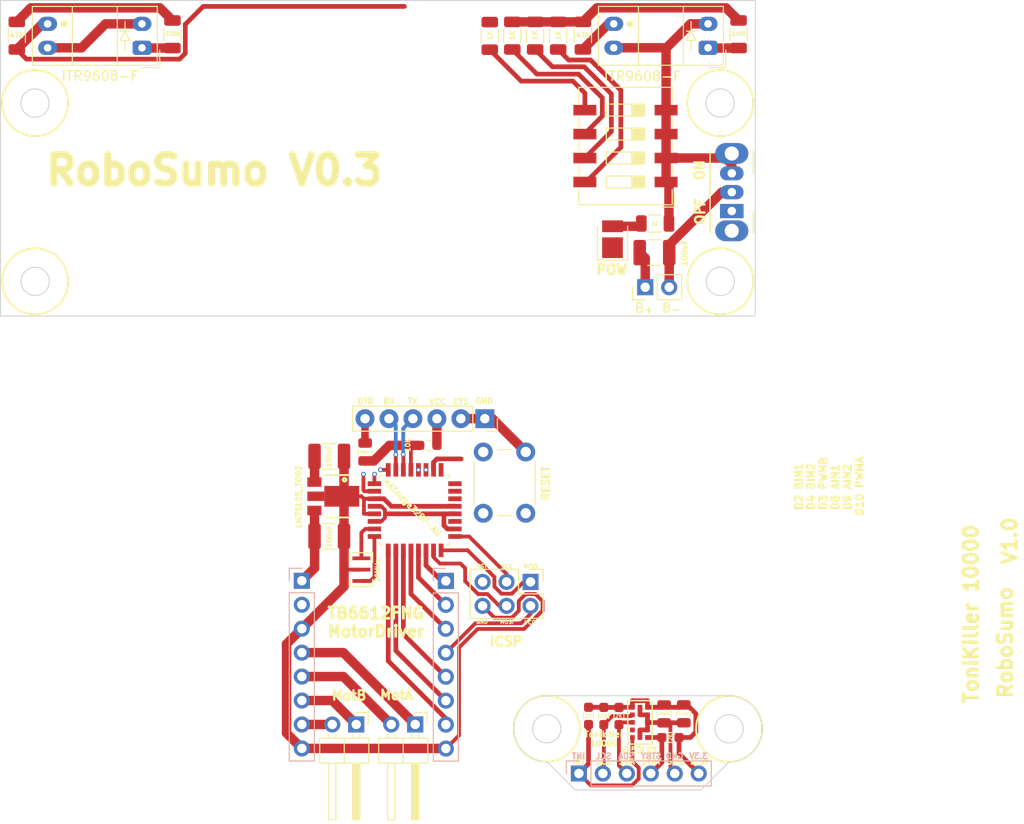
<source format=kicad_pcb>
(kicad_pcb (version 20221018) (generator pcbnew)
  (layers (0 "F.Cu" signal) (31 "B.Cu" signal) (34 "B.Paste" user) (35 "F.Paste" user) (36 "B.SilkS" user "B.Silkscreen") (37 "F.SilkS" user "F.Silkscreen") (38 "B.Mask" user) (39 "F.Mask" user) (44 "Edge.Cuts" user))
  (net 0 "")
  (net 1 "+BATT")
  (net 2 "0V")
  (net 3 "5V")
  (net 4 "RESET")
  (net 5 "Net-(J7-Pin_2)")
  (net 6 "Net-(J7-Pin_1)")
  (net 7 "Net-(J6-Pin_1)")
  (net 8 "Net-(J6-Pin_2)")
  (net 9 "Net-(D1-K)")
  (net 10 "Net-(D1-A)")
  (net 11 "MISO")
  (net 12 "SCK")
  (net 13 "Net-(R3-Pad1)")
  (net 14 "Net-(R5-Pad1)")
  (net 15 "PWMA")
  (net 16 "AIN2")
  (net 17 "Net-(U1-XTAL1{slash}PB6)")
  (net 18 "Net-(U1-XTAL2{slash}PB7)")
  (net 19 "PWMB")
  (net 20 "BIN2")
  (net 21 "BIN1")
  (net 22 "MOSI")
  (net 23 "A6")
  (net 24 "A7")
  (net 25 "Sensor0")
  (net 26 "Sensor1")
  (net 27 "Sensor2")
  (net 28 "Sensor3")
  (net 29 "Sensor4")
  (net 30 "Sensor5")
  (net 31 "TX")
  (net 32 "RX")
  (net 33 "AIN1")
  (footprint "VL53L0X" (layer "F.Cu") (at 115.61 175.24 90)
    (fp_text reference "REF**" hide)
    (fp_text value "VL53L0X")
  )
  (footprint "Capacitor_SMD:C_0805_2012Metric" (layer "F.Cu") (at 86.48 146.56 -90)
    (fp_text reference "C3" hide)
    (fp_text value "100nF")
  )
  (footprint "Resistor_SMD:R_0603_1608Metric_Pad0.98x0.95mm_HandSolder" (layer "F.Cu") (at 93.18 145.86)
    (fp_text reference "R1" hide)
    (fp_text value "10K")
  )
  (footprint "Resistor_SMD:R_1206_3216Metric" (layer "F.Cu") (at 66.061275 102.2625 90)
    (fp_text reference "R3" hide)
    (fp_text value "220R")
  )
  (footprint "Resistor_SMD:R_1206_3216Metric" (layer "F.Cu") (at 106.94 102.4125 -90)
    (fp_text reference "R20" hide)
    (fp_text value "1K")
  )
  (footprint "Crystal:Resonator_SMD_Murata_CSTxExxV-3Pin_3.0x1.1mm" (layer "F.Cu") (at 86.0832 159.04 -90)
    (fp_text reference "Y1" hide)
    (fp_text value "20MHz")
  )
  (footprint "Resistor_SMD:R_0603_1608Metric_Pad0.98x0.95mm_HandSolder" (layer "F.Cu") (at 110.16 174.55 -90)
    (fp_text reference "R1" hide)
    (fp_text value "2K")
  )
  (footprint "Resistor_SMD:R_1206_3216Metric" (layer "F.Cu") (at 117.22 122.33)
    (fp_text reference "R2" hide)
    (fp_text value "1K")
  )
  (footprint "Button_Switch_SMD:SW_DIP_SPSTx04_Slide_9.78x12.34mm_W8.61mm_P2.54mm" (layer "F.Cu") (at 114.076275 114.117728 180)
    (fp_text reference "REF**" hide)
    (fp_text value "SW_DIP_SPSTx04_Slide_9.78x12.34mm_W8.61mm_P2.54mm")
  )
  (footprint "78L05:PK(R-PSSO-F3)" (layer "F.Cu") (at 84.7532 151.26 -90)
    (fp_text reference "U2" hide)
    (fp_text value "LM78L05_TO92")
  )
  (footprint "Resistor_SMD:R_0603_1608Metric_Pad0.98x0.95mm_HandSolder" (layer "F.Cu") (at 111.78 174.5625 -90)
    (fp_text reference "R1" hide)
    (fp_text value "2K")
  )
  (footprint "Resistor_SMD:R_0603_1608Metric_Pad0.98x0.95mm_HandSolder" (layer "F.Cu") (at 118.84 176.84 180)
    (fp_text reference "R1" hide)
    (fp_text value "2K")
  )
  (footprint "LED_SMD:LED_PLCC_2835" (layer "F.Cu") (at 112.7 124 90)
    (fp_text reference "D1" hide)
    (fp_text value "POW")
  )
  (footprint "Resistor_SMD:R_1206_3216Metric" (layer "F.Cu") (at 104.5 102.4125 -90)
    (fp_text reference "R20" hide)
    (fp_text value "1K")
  )
  (footprint "Resistor_SMD:R_1206_3216Metric" (layer "F.Cu") (at 99.69 102.4325 -90)
    (fp_text reference "R20" hide)
    (fp_text value "1K")
  )
  (footprint "Connector_PinHeader_2.54mm:PinHeader_2x03_P2.54mm_Vertical" (layer "F.Cu") (at 104.0132 160.342272 -90)
    (fp_text reference "J2" hide)
    (fp_text value "ICSP")
  )
  (footprint "Resistor_SMD:R_0603_1608Metric_Pad0.98x0.95mm_HandSolder" (layer "F.Cu") (at 113.38 174.5675 -90)
    (fp_text reference "R1" hide)
    (fp_text value "2K")
  )
  (footprint "Connector_PinSocket_2.54mm:PinSocket_1x06_P2.54mm_Vertical" (layer "F.Cu") (at 99.17 143.03 -90)
    (fp_text reference "J4" hide)
    (fp_text value "Conn_01x06_MountingPin")
  )
  (footprint "TQFP32_32A_MCH" (layer "F.Cu") (at 91.733199 152.725072)
    (fp_text reference "U1" hide)
    (fp_text value "ATmega328P-AU ")
  )
  (footprint "Resistor_SMD:R_1206_3216Metric" (layer "F.Cu") (at 126.063775 102.26 90)
    (fp_text reference "R5" hide)
    (fp_text value "220R")
  )
  (footprint "Connector_PinHeader_2.54mm:PinHeader_1x02_P2.54mm_Horizontal" (layer "F.Cu") (at 85.54 175.46 -90)
    (fp_text reference "J6" hide)
    (fp_text value "MotB")
  )
  (footprint "OptoDevice:Everlight_ITR9608-F" (layer "F.Cu") (at 122.831275 103.6975 180)
    (fp_text reference "U5" hide)
    (fp_text value "ITR9608-F")
  )
  (footprint "Resistor_SMD:R_1206_3216Metric" (layer "F.Cu") (at 102.08 102.4125 -90)
    (fp_text reference "R20" hide)
    (fp_text value "1K")
  )
  (footprint "Capacitor_SMD:C_1210_3225Metric_Pad1.33x2.70mm_HandSolder" (layer "F.Cu") (at 117.15 125.42)
    (fp_text reference "C1" hide)
    (fp_text value "100uF")
  )
  (footprint "Capacitor_SMD:C_0805_2012Metric" (layer "F.Cu") (at 118.17 174.34 90)
    (fp_text reference "C3" hide)
    (fp_text value "100nF")
  )
  (footprint "Connector_PinHeader_2.54mm:PinHeader_1x02_P2.54mm_Vertical" (layer "F.Cu") (at 116.17 129.09 90)
    (fp_text reference "J1" hide)
    (fp_text value "BAT" hide)
  )
  (footprint "Capacitor_SMD:C_0805_2012Metric" (layer "F.Cu") (at 120.26 174.33 90)
    (fp_text reference "C3" hide)
    (fp_text value "4.7uF")
  )
  (footprint "Capacitor_SMD:C_1210_3225Metric_Pad1.33x2.70mm_HandSolder" (layer "F.Cu") (at 82.6807 155.51)
    (fp_text reference "C1" hide)
    (fp_text value "100uF")
  )
  (footprint "OptoDevice:Everlight_ITR9608-F" (layer "F.Cu") (at 62.828775 103.7 180)
    (fp_text reference "U4" hide)
    (fp_text value "ITR9608-F")
  )
  (footprint "Capacitor_SMD:C_1210_3225Metric_Pad1.33x2.70mm_HandSolder" (layer "F.Cu") (at 82.6807 147.03)
    (fp_text reference "C2" hide)
    (fp_text value "100uF")
  )
  (footprint "Button_Switch_THT:SW_PUSH_6mm" (layer "F.Cu") (at 99.0032 153.062672 90)
    (fp_text reference "SW2" hide)
    (fp_text value "RESET")
  )
  (footprint "Button_Switch_THT:SW_CuK_OS102011MA1QN1_SPDT_Angled" (layer "F.Cu") (at 125.341275 121.007728 90)
    (fp_text reference "SW1" hide)
    (fp_text value "RESET" hide)
  )
  (footprint "Resistor_SMD:R_1206_3216Metric" (layer "F.Cu") (at 49.561275 102.4125 -90)
    (fp_text reference "R4" hide)
    (fp_text value "47K")
  )
  (footprint "Connector_PinHeader_2.54mm:PinHeader_1x02_P2.54mm_Horizontal" (layer "F.Cu") (at 91.79 175.46 -90)
    (fp_text reference "J7" hide)
    (fp_text value "MotA")
  )
  (footprint "Resistor_SMD:R_1206_3216Metric" (layer "F.Cu") (at 109.563775 102.41 -90)
    (fp_text reference "R6" hide)
    (fp_text value "47K")
  )
  (footprint "Connector_PinHeader_2.54mm:PinHeader_1x06_P2.54mm_Vertical" (layer "B.Cu") (at 109.14 180.66 -90)
    (fp_text reference "REF**" hide)
    (fp_text value "PinHeader_1x06_P2.54mm_Vertical" hide)
  )
  (footprint "Connector_PinSocket_2.54mm:PinSocket_1x08_P2.54mm_Vertical" (layer "B.Cu") (at 95.0374 160.237272 180)
    (fp_text reference "J9" hide)
    (fp_text value "Conn_01x03")
  )
  (footprint "Connector_PinSocket_2.54mm:PinSocket_1x08_P2.54mm_Vertical" (layer "B.Cu") (at 79.7724 160.222272 180)
    (fp_text reference "J8" hide)
    (fp_text value "BAT")
  )
  (gr_circle (center 124.111275 109.557728) (end 124.111275 113.057728) (stroke (width 0.2)) (fill none) (layer "F.SilkS"))
  (gr_circle (center 124.131275 128.467728) (end 124.131275 131.967728) (stroke (width 0.2)) (fill none) (layer "F.SilkS"))
  (gr_circle (center 51.491275 109.557728) (end 51.491275 113.057728) (stroke (width 0.2)) (fill none) (layer "F.SilkS"))
  (gr_circle (center 125.06 175.92) (end 125.06 179.42) (stroke (width 0.2)) (fill none) (layer "F.SilkS"))
  (gr_circle (center 51.511275 128.467728) (end 51.511275 131.967728) (stroke (width 0.2)) (fill none) (layer "F.SilkS"))
  (gr_circle (center 105.73 175.91) (end 105.73 179.41) (stroke (width 0.2)) (fill none) (layer "F.SilkS"))
  (gr_line (start 125.065126 179.414874) (end 122.07 182.41) (stroke (width 0.1)) (layer "Edge.Cuts"))
  (gr_arc (start 128.565126 175.914874) (mid 127.54 178.389748) (end 125.065126 179.414874) (stroke (width 0.1)) (layer "Edge.Cuts"))
  (gr_line (start 105.73 179.41) (end 108.73 182.41) (stroke (width 0.1)) (layer "Edge.Cuts"))
  (gr_circle (center 105.73 175.91) (end 105.73 177.41) (stroke (width 0.1)) (fill none) (layer "Edge.Cuts"))
  (gr_circle (center 124.131275 128.467728) (end 124.131275 129.967728) (stroke (width 0.1)) (fill none) (layer "Edge.Cuts"))
  (gr_arc (start 105.73 179.41) (mid 103.255126 178.384874) (end 102.23 175.91) (stroke (width 0.1)) (layer "Edge.Cuts"))
  (gr_circle (center 51.511275 128.467728) (end 51.511275 129.967728) (stroke (width 0.1)) (fill none) (layer "Edge.Cuts"))
  (gr_circle (center 124.111275 109.557728) (end 124.111275 111.057728) (stroke (width 0.1)) (fill none) (layer "Edge.Cuts"))
  (gr_circle (center 51.491275 109.557728) (end 51.491275 111.057728) (stroke (width 0.1)) (fill none) (layer "Edge.Cuts"))
  (gr_rect (start 47.831275 98.677728) (end 127.831275 132.147728) (stroke (width 0.1)) (fill none) (layer "Edge.Cuts"))
  (gr_line (start 122.07 182.41) (end 108.73 182.41) (stroke (width 0.1)) (layer "Edge.Cuts"))
  (gr_line (start 105.73 172.41) (end 125.065126 172.414874) (stroke (width 0.1)) (layer "Edge.Cuts"))
  (gr_arc (start 125.065126 172.414874) (mid 127.54 173.44) (end 128.565126 175.914874) (stroke (width 0.1)) (layer "Edge.Cuts"))
  (gr_circle (center 125.06 175.92) (end 125.06 177.42) (stroke (width 0.1)) (fill none) (layer "Edge.Cuts"))
  (gr_arc (start 102.23 175.91) (mid 103.255126 173.435126) (end 105.73 172.41) (stroke (width 0.1)) (layer "Edge.Cuts"))
  (gr_text "STBY\n" (at 117.96 179.17) (layer "B.SilkS") (effects (font (size 0.6 0.6) (thickness 0.15) bold) (justify left bottom mirror)))
  (gr_text "SDA\n" (at 115.1 179.17) (layer "B.SilkS") (effects (font (size 0.6 0.6) (thickness 0.15) bold) (justify left bottom mirror)))
  (gr_text "INT\n" (at 109.88 179.17) (layer "B.SilkS") (effects (font (size 0.6 0.6) (thickness 0.15) bold) (justify left bottom mirror)))
  (gr_text "SCL\n" (at 112.67 179.17) (layer "B.SilkS") (effects (font (size 0.6 0.6) (thickness 0.15) bold) (justify left bottom mirror)))
  (gr_text "GND" (at 120.3 179.17) (layer "B.SilkS") (effects (font (size 0.6 0.6) (thickness 0.15) bold) (justify left bottom mirror)))
  (gr_text "3.3V\n" (at 122.89 179.17) (layer "B.SilkS") (effects (font (size 0.6 0.6) (thickness 0.15) bold) (justify left bottom mirror)))
  (gr_text "MISO\n" (at 104.0132 158.692272) (layer "F.SilkS") (effects (font (size 0.4 0.4) (thickness 0.1))))
  (gr_text " D2 BIN1\n D4 BIN2\n D3 PWMB\n D8 AIN1\n D9 AIN2\nD10 PWMA" (at 135.68 153.44 90) (layer "F.SilkS") (effects (font (size 0.8 0.8) (thickness 0.2)) (justify left)))
  (gr_text "TX" (at 91.53 141.17) (layer "F.SilkS") (effects (font (size 0.6 0.6) (thickness 0.15) bold)))
  (gr_text "B_{+}" (at 116.05 131.29) (layer "F.SilkS") (effects (font (size 1 1))))
  (gr_text "3.3V\n" (at 120.86 179.74) (layer "F.SilkS") (effects (font (size 0.6 0.6) (thickness 0.15) bold) (justify left bottom)))
  (gr_text "VCC" (at 94.17 141.24) (layer "F.SilkS") (effects (font (size 0.6 0.6) (thickness 0.15) bold)))
  (gr_text "TB6612FNG \nMotorDriver" (at 82.3332 166.292272) (layer "F.SilkS") (effects (font (size 1.2 1.2) (thickness 0.3) bold) (justify left bottom)))
  (gr_text "STBY\n" (at 115.65 179.74) (layer "F.SilkS") (effects (font (size 0.6 0.6) (thickness 0.15) bold) (justify left bottom)))
  (gr_text "V1.0" (at 154.8 155.98 90) (layer "F.SilkS") (effects (font (size 1.5 1.5) (thickness 0.375))))
  (gr_text "Tonikiller\n10000\n" (at 111.79 176.99) (layer "F.SilkS") (effects (font (size 0.6 0.6) (thickness 0.15) bold)))
  (gr_text "B_{-}" (at 118.94 131.26) (layer "F.SilkS") (effects (font (size 1 1))))
  (gr_text "RoboSumo V0.3" (at 52.28 118.45) (layer "F.SilkS") (effects (font (size 3 3) (thickness 0.75) bold) (justify left bottom)))
  (gr_text "MOSI\n" (at 101.5132 164.592272) (layer "F.SilkS") (effects (font (size 0.4 0.4) (thickness 0.1))))
  (gr_text "RST" (at 98.8632 158.692272) (layer "F.SilkS") (effects (font (size 0.4 0.4) (thickness 0.1))))
  (gr_text "CTS" (at 96.65 141.23) (layer "F.SilkS") (effects (font (size 0.6 0.6) (thickness 0.15) bold)))
  (gr_text "GND" (at 98.8632 164.592272) (layer "F.SilkS") (effects (font (size 0.4 0.4) (thickness 0.1))))
  (gr_text "DTR" (at 86.54 141.19) (layer "F.SilkS") (effects (font (size 0.6 0.6) (thickness 0.15) bold)))
  (gr_text "SCK" (at 101.5132 158.692272) (layer "F.SilkS") (effects (font (size 0.4 0.4) (thickness 0.1))))
  (gr_text "RX" (at 89.01 141.2) (layer "F.SilkS") (effects (font (size 0.6 0.6) (thickness 0.15) bold)))
  (gr_text "INT\n" (at 108.33 179.74) (layer "F.SilkS") (effects (font (size 0.6 0.6) (thickness 0.15) bold) (justify left bottom)))
  (gr_text "GND" (at 99.12 141.16) (layer "F.SilkS") (effects (font (size 0.6 0.6) (thickness 0.15) bold)))
  (gr_text "OFF\n" (at 122 121.07 90) (layer "F.SilkS") (effects (font (size 1 1) (thickness 0.25))))
  (gr_text "ToniKiller 10000\n" (at 150.69 163.73 90) (layer "F.SilkS") (effects (font (size 1.5 1.5) (thickness 0.375))))
  (gr_text "POW" (at 112.63 127.23) (layer "F.SilkS") (effects (font (size 1 1) (thickness 0.25))))
  (gr_text "RoboSumo" (at 154.32 166.76 90) (layer "F.SilkS") (effects (font (size 1.5 1.5) (thickness 0.375) bold)))
  (gr_text "SDA\n" (at 113.27 179.74) (layer "F.SilkS") (effects (font (size 0.6 0.6) (thickness 0.15) bold) (justify left bottom)))
  (gr_text "GND" (at 118.32 179.74) (layer "F.SilkS") (effects (font (size 0.6 0.6) (thickness 0.15) bold) (justify left bottom)))
  (gr_text "VCC" (at 103.9632 164.642272) (layer "F.SilkS") (effects (font (size 0.4 0.4) (thickness 0.1))))
  (gr_text "SCL\n" (at 110.81 179.74) (layer "F.SilkS") (effects (font (size 0.6 0.6) (thickness 0.15) bold) (justify left bottom)))
  (gr_text "ON" (at 121.91 116.67 90) (layer "F.SilkS") (effects (font (size 1 1) (thickness 0.25))))
  (segment (start 112.58 112.57) (end 109.771275 115.378725) (width 0.5) (layer "F.Cu") (net 0))
  (segment (start 111.785 173.655) (end 111.78 173.65) (width 0.5) (layer "F.Cu") (net 0))
  (segment (start 109.902272 117.927728) (end 109.771275 117.927728) (width 0.5) (layer "F.Cu") (net 0))
  (segment (start 109.7 105.71) (end 112.58 108.59) (width 0.5) (layer "F.Cu") (net 0))
  (segment (start 111.78 173.65) (end 111.7675 173.6375) (width 0.5) (layer "F.Cu") (net 0))
  (segment (start 109.1 106.49) (end 111.62 109.01) (width 0.5) (layer "F.Cu") (net 0))
  (segment (start 99.69 103.895) (end 103.025 107.23) (width 0.5) (layer "F.Cu") (net 0))
  (segment (start 116.41 172.94) (end 116.41 173.64) (width 0.5) (layer "F.Cu") (net 0))
  (segment (start 113.38 179.82) (end 114.22 180.66) (width 0.4) (layer "F.Cu") (net 0))
  (segment (start 119.31 173.64) (end 120 173.64) (width 0.5) (layer "F.Cu") (net 0))
  (segment (start 117.92 173.64) (end 118.17 173.39) (width 0.5) (layer "F.Cu") (net 0))
  (segment (start 119.05 175.28) (end 118.19 175.28) (width 0.5) (layer "F.Cu") (net 0))
  (segment (start 119.7525 178.5425) (end 121.84 180.63) (width 0.5) (layer "F.Cu") (net 0))
  (segment (start 114.81 173.64) (end 114.81 172.94) (width 0.5) (layer "F.Cu") (net 0))
  (segment (start 114.81 173.64) (end 113.395 173.64) (width 0.5) (layer "F.Cu") (net 0))
  (segment (start 114.68 174.57) (end 112.685 174.57) (width 0.4) (layer "F.Cu") (net 0))
  (segment (start 110.37 104.99) (end 113.58 108.2) (width 0.5) (layer "F.Cu") (net 0))
  (segment (start 116.41 176.84) (end 117.9275 176.84) (width 0.5) (layer "F.Cu") (net 0))
  (segment (start 120.86 173.64) (end 121.53 174.31) (width 0.5) (layer "F.Cu") (net 0))
  (segment (start 121.53 174.31) (end 121.53 176.27) (width 0.5) (layer "F.Cu") (net 0))
  (segment (start 115.61 176.04) (end 115.61 176.84) (width 0.5) (layer "F.Cu") (net 0))
  (segment (start 120.26 175.28) (end 119.05 175.28) (width 0.5) (layer "F.Cu") (net 0))
  (segment (start 118.19 175.28) (end 118.17 175.26) (width 0.5) (layer "F.Cu") (net 0))
  (segment (start 113.38 175.48) (end 113.38 179.82) (width 0.4) (layer "F.Cu") (net 0))
  (segment (start 115.48 181.21) (end 114.77 181.92) (width 0.4) (layer "F.Cu") (net 0))
  (segment (start 111.62 109.01) (end 111.62 110.95) (width 0.5) (layer "F.Cu") (net 0))
  (segment (start 113.58 108.2) (end 113.58 114.25) (width 0.5) (layer "F.Cu") (net 0))
  (segment (start 104.5 103.875) (end 106.335 105.71) (width 0.5) (layer "F.Cu") (net 0))
  (segment (start 106.94 103.875) (end 108.055 104.99) (width 0.5) (layer "F.Cu") (net 0))
  (segment (start 119.7525 176.84) (end 119.7525 178.5425) (width 0.5) (layer "F.Cu") (net 0))
  (segment (start 113.58 114.25) (end 109.902272 117.927728) (width 0.5) (layer "F.Cu") (net 0))
  (segment (start 118.84 180.2) (end 119.3 180.66) (width 0.4) (layer "F.Cu") (net 0))
  (segment (start 114.81 179.39) (end 115.48 180.06) (width 0.4) (layer "F.Cu") (net 0))
  (segment (start 111.7675 173.6375) (end 110.16 173.6375) (width 0.5) (layer "F.Cu") (net 0))
  (segment (start 119.05 175.28) (end 118.84 175.49) (width 0.4) (layer "F.Cu") (net 0))
  (segment (start 114.77 181.92) (end 110.4 181.92) (width 0.4) (layer "F.Cu") (net 0))
  (segment (start 112.58 108.59) (end 112.58 112.57) (width 0.5) (layer "F.Cu") (net 0))
  (segment (start 121.84 180.63) (end 121.84 180.66) (width 0.5) (layer "F.Cu") (net 0))
  (segment (start 109.771275 112.798725) (end 109.771275 112.847728) (width 0.5) (layer "F.Cu") (net 0))
  (segment (start 116.41 174.44) (end 116.41 176.04) (width 0.5) (layer "F.Cu") (net 0))
  (segment (start 110.16 175.4625) (end 110.16 179.64) (width 0.5) (layer "F.Cu") (net 0))
  (segment (start 110.16 179.64) (end 109.14 180.66) (width 0.5) (layer "F.Cu") (net 0))
  (segment (start 86.47 143.03) (end 86.47 145.6) (width 0.8) (layer "F.Cu") (net 0))
  (segment (start 120.96 176.84) (end 119.7525 176.84) (width 0.5) (layer "F.Cu") (net 0))
  (segment (start 117.2 173.64) (end 119.31 173.64) (width 0.5) (layer "F.Cu") (net 0))
  (segment (start 118.84 175.49) (end 118.84 180.2) (width 0.4) (layer "F.Cu") (net 0))
  (segment (start 111.62 110.95) (end 109.771275 112.798725) (width 0.5) (layer "F.Cu") (net 0))
  (segment (start 120 173.64) (end 120.26 173.38) (width 0.5) (layer "F.Cu") (net 0))
  (segment (start 108.055 104.99) (end 110.37 104.99) (width 0.5) (layer "F.Cu") (net 0))
  (segment (start 110.4 181.92) (end 109.14 180.66) (width 0.4) (layer "F.Cu") (net 0))
  (segment (start 114.81 172.94) (end 116.41 172.94) (width 0.5) (layer "F.Cu") (net 0))
  (segment (start 114.81 175.24) (end 113.62 175.24) (width 0.4) (layer "F.Cu") (net 0))
  (segment (start 115.61 173.64) (end 115.61 174.44) (width 0.5) (layer "F.Cu") (net 0))
  (segment (start 121.53 176.27) (end 120.96 176.84) (width 0.5) (layer "F.Cu") (net 0))
  (segment (start 116.41 173.64) (end 117.2 173.64) (width 0.5) (layer "F.Cu") (net 0))
  (segment (start 106.335 105.71) (end 109.7 105.71) (width 0.5) (layer "F.Cu") (net 0))
  (segment (start 117.9275 179.4925) (end 116.76 180.66) (width 0.5) (layer "F.Cu") (net 0))
  (segment (start 102.08 103.875) (end 104.695 106.49) (width 0.5) (layer "F.Cu") (net 0))
  (segment (start 109.771275 115.378725) (end 109.771275 115.387728) (width 0.5) (layer "F.Cu") (net 0))
  (segment (start 119.31 173.64) (end 120.86 173.64) (width 0.5) (layer "F.Cu") (net 0))
  (segment (start 117.9275 176.84) (end 117.9275 179.4925) (width 0.5) (layer "F.Cu") (net 0))
  (segment (start 104.695 106.49) (end 109.1 106.49) (width 0.5) (layer "F.Cu") (net 0))
  (segment (start 114.81 174.44) (end 114.68 174.57) (width 0.4) (layer "F.Cu") (net 0))
  (segment (start 114.81 176.84) (end 114.81 179.39) (width 0.4) (layer "F.Cu") (net 0))
  (segment (start 116.41 176.04) (end 115.61 176.04) (width 0.5) (layer "F.Cu") (net 0))
  (segment (start 109.771275 108.501275) (end 109.771275 110.307728) (width 0.5) (layer "F.Cu") (net 0))
  (segment (start 118.17 175.26) (end 116.43 175.26) (width 0.5) (layer "F.Cu") (net 0))
  (segment (start 112.685 174.57) (end 111.78 175.475) (width 0.4) (layer "F.Cu") (net 0))
  (segment (start 86.47 145.6) (end 86.48 145.61) (width 0.8) (layer "F.Cu") (net 0))
  (segment (start 113.395 173.64) (end 113.38 173.655) (width 0.5) (layer "F.Cu") (net 0))
  (segment (start 115.48 180.06) (end 115.48 181.21) (width 0.4) (layer "F.Cu") (net 0))
  (segment (start 113.38 173.655) (end 111.785 173.655) (width 0.5) (layer "F.Cu") (net 0))
  (segment (start 116.41 174.44) (end 115.61 174.44) (width 0.5) (layer "F.Cu") (net 0))
  (segment (start 116.43 175.26) (end 116.41 175.24) (width 0.5) (layer "F.Cu") (net 0))
  (segment (start 117.2 173.64) (end 117.92 173.64) (width 0.5) (layer "F.Cu") (net 0))
  (segment (start 113.62 175.24) (end 113.38 175.48) (width 0.4) (layer "F.Cu") (net 0))
  (segment (start 108.5 107.23) (end 109.771275 108.501275) (width 0.5) (layer "F.Cu") (net 0))
  (segment (start 103.025 107.23) (end 108.5 107.23) (width 0.5) (layer "F.Cu") (net 0))
  (segment (start 111.78 175.475) (end 111.78 180.56) (width 0.4) (layer "F.Cu") (net 0))
  (segment (start 111.78 180.56) (end 111.68 180.66) (width 0.4) (layer "F.Cu") (net 0))
  (segment (start 81.1182 152.775) (end 81.1032 152.76) (width 1) (layer "F.Cu") (net 1))
  (segment (start 116.17 126.0025) (end 116.17 129.09) (width 1) (layer "F.Cu") (net 1))
  (segment (start 115.5875 125.42) (end 116.17 126.0025) (width 1) (layer "F.Cu") (net 1))
  (segment (start 81.1232 155.515) (end 81.1182 155.51) (width 1) (layer "F.Cu") (net 1))
  (segment (start 81.1232 158.871472) (end 81.1232 155.515) (width 1) (layer "F.Cu") (net 1))
  (segment (start 79.7724 160.222272) (end 81.1232 158.871472) (width 1) (layer "F.Cu") (net 1))
  (segment (start 81.1182 155.51) (end 81.1182 152.775) (width 1) (layer "F.Cu") (net 1))
  (segment (start 118.381275 115.387728) (end 118.381275 112.847728) (width 1) (layer "F.Cu") (net 2))
  (segment (start 103.32932 165.332272) (end 98.410928 165.332272) (width 0.4) (layer "F.Cu") (net 2))
  (segment (start 84.2432 147.03) (end 84.2432 151.26) (width 1) (layer "F.Cu") (net 2))
  (segment (start 95.0224 178.002272) (end 95.0374 178.017272) (width 1) (layer "F.Cu") (net 2))
  (segment (start 78.15 176.379872) (end 78.15 166.924672) (width 1) (layer "F.Cu") (net 2))
  (segment (start 98.9332 162.882272) (end 100.1832 164.132272) (width 0.4) (layer "F.Cu") (net 2))
  (segment (start 118.431275 103.687728) (end 120.961503 101.1575) (width 1) (layer "F.Cu") (net 2))
  (segment (start 104.52932 161.632272) (end 105.2332 162.336152) (width 0.4) (layer "F.Cu") (net 2))
  (segment (start 56.423775 103.7) (end 52.828775 103.7) (width 1) (layer "F.Cu") (net 2))
  (segment (start 87.465999 153.125071) (end 86.404798 153.125071) (width 0.4) (layer "F.Cu") (net 2))
  (segment (start 100.1832 164.132272) (end 102.038632 164.132272) (width 0.4) (layer "F.Cu") (net 2))
  (segment (start 78.15 166.924672) (end 79.7724 165.302272) (width 1) (layer "F.Cu") (net 2))
  (segment (start 88.466062 151.525072) (end 89.266063 152.325073) (width 0.5) (layer "F.Cu") (net 2))
  (segment (start 84.2432 155.51) (end 84.2432 151.26) (width 1) (layer "F.Cu") (net 2))
  (segment (start 87.465999 151.525072) (end 88.466062 151.525072) (width 0.5) (layer "F.Cu") (net 2))
  (segment (start 86.354799 151.525072) (end 86.089727 151.26) (width 0.4) (layer "F.Cu") (net 2))
  (segment (start 79.7724 165.302272) (end 84.2432 160.831472) (width 1) (layer "F.Cu") (net 2))
  (segment (start 118.381275 112.847728) (end 118.381275 110.307728) (width 1) (layer "F.Cu") (net 2))
  (segment (start 124.669003 115.387728) (end 125.341275 116.06) (width 1) (layer "F.Cu") (net 2))
  (segment (start 105.2332 162.336152) (end 105.2332 162.342272) (width 0.4) (layer "F.Cu") (net 2))
  (segment (start 96.4332 167.31) (end 96.4332 176.621472) (width 0.4) (layer "F.Cu") (net 2))
  (segment (start 99.17 143.03) (end 96.63 143.03) (width 1) (layer "F.Cu") (net 2))
  (segment (start 86.404798 153.125071) (end 86.354799 153.075072) (width 0.4) (layer "F.Cu") (net 2))
  (segment (start 105.2832 163.378392) (end 103.32932 165.332272) (width 0.4) (layer "F.Cu") (net 2))
  (segment (start 62.828775 101.16) (end 58.963775 101.16) (width 1) (layer "F.Cu") (net 2))
  (segment (start 118.371503 103.6975) (end 118.381275 103.687728) (width 1) (layer "F.Cu") (net 2))
  (segment (start 86.350399 153.075072) (end 86.354799 153.075072) (width 0.4) (layer "F.Cu") (net 2))
  (segment (start 105.2332 162.342272) (end 105.2832 162.392272) (width 0.4) (layer "F.Cu") (net 2))
  (segment (start 102.767856 163.403048) (end 102.767856 162.361496) (width 0.4) (layer "F.Cu") (net 2))
  (segment (start 102.767856 162.361496) (end 103.49708 161.632272) (width 0.4) (layer "F.Cu") (net 2))
  (segment (start 79.7724 178.002272) (end 95.0224 178.002272) (width 1) (layer "F.Cu") (net 2))
  (segment (start 86.354799 152.31) (end 86.347527 152.317272) (width 0.4) (layer "F.Cu") (net 2))
  (segment (start 84.2732 159.04) (end 84.2432 159.07) (width 0.4) (layer "F.Cu") (net 2))
  (segment (start 84.2432 160.831472) (end 84.2432 159.07) (width 1) (layer "F.Cu") (net 2))
  (segment (start 102.038632 164.132272) (end 102.767856 163.403048) (width 0.4) (layer "F.Cu") (net 2))
  (segment (start 86.089727 151.26) (end 84.0032 151.26) (width 0.4) (layer "F.Cu") (net 2))
  (segment (start 86.354799 152.31) (end 86.354799 153.075072) (width 0.4) (layer "F.Cu") (net 2))
  (segment (start 86.353198 153.097273) (end 86.357598 153.097273) (width 0.4) (layer "F.Cu") (net 2))
  (segment (start 86.354799 151.525072) (end 86.354799 152.31) (width 0.4) (layer "F.Cu") (net 2))
  (segment (start 112.831275 103.6975) (end 118.371503 103.6975) (width 1) (layer "F.Cu") (net 2))
  (segment (start 96.4332 176.621472) (end 95.0374 178.017272) (width 0.4) (layer "F.Cu") (net 2))
  (segment (start 120.961503 101.1575) (end 122.831275 101.1575) (width 1) (layer "F.Cu") (net 2))
  (segment (start 125.341275 117.007728) (end 125.341275 116.06) (width 1) (layer "F.Cu") (net 2))
  (segment (start 58.963775 101.16) (end 56.423775 103.7) (width 1) (layer "F.Cu") (net 2))
  (segment (start 118.381275 115.387728) (end 124.669003 115.387728) (width 1) (layer "F.Cu") (net 2))
  (segment (start 84.2432 159.07) (end 84.2432 155.51) (width 1) (layer "F.Cu") (net 2))
  (segment (start 99.970528 143.03) (end 99.17 143.03) (width 1) (layer "F.Cu") (net 2))
  (segment (start 89.266063 152.325073) (end 96.000399 152.325073) (width 0.5) (layer "F.Cu") (net 2))
  (segment (start 118.381275 103.687728) (end 118.431275 103.687728) (width 1) (layer "F.Cu") (net 2))
  (segment (start 105.2832 162.392272) (end 105.2832 163.378392) (width 0.4) (layer "F.Cu") (net 2))
  (segment (start 79.7724 178.002272) (end 78.15 176.379872) (width 1) (layer "F.Cu") (net 2))
  (segment (start 118.6825 118.228953) (end 118.6825 122.33) (width 1) (layer "F.Cu") (net 2))
  (segment (start 87.465999 151.525072) (end 86.354799 151.525072) (width 0.4) (layer "F.Cu") (net 2))
  (segment (start 118.381275 117.927728) (end 118.381275 115.387728) (width 1) (layer "F.Cu") (net 2))
  (segment (start 125.341275 116.06) (end 125.341275 114.907728) (width 1) (layer "F.Cu") (net 2))
  (segment (start 118.381275 110.307728) (end 118.381275 103.687728) (width 1) (layer "F.Cu") (net 2))
  (segment (start 103.49708 161.632272) (end 104.52932 161.632272) (width 0.4) (layer "F.Cu") (net 2))
  (segment (start 84.2432 151.26) (end 84.0032 151.26) (width 1) (layer "F.Cu") (net 2))
  (segment (start 86.0832 159.04) (end 84.2732 159.04) (width 0.4) (layer "F.Cu") (net 2))
  (segment (start 118.381275 117.927728) (end 118.6825 118.228953) (width 1) (layer "F.Cu") (net 2))
  (segment (start 98.410928 165.332272) (end 96.4332 167.31) (width 0.4) (layer "F.Cu") (net 2))
  (segment (start 103.5032 146.562672) (end 99.970528 143.03) (width 1) (layer "F.Cu") (net 2))
  (segment (start 81.1182 147.03) (end 81.1182 149.745) (width 1) (layer "F.Cu") (net 3))
  (segment (start 66.061275 100.8) (end 64.723775 99.4625) (width 1) (layer "F.Cu") (net 3))
  (segment (start 103.0132 164.732272) (end 98.1624 164.732272) (width 0.4) (layer "F.Cu") (net 3))
  (segment (start 94.09 143.03) (end 94.09 145.8375) (width 1) (layer "F.Cu") (net 3))
  (segment (start 104.0132 163.732272) (end 103.0132 164.732272) (width 0.4) (layer "F.Cu") (net 3))
  (segment (start 94.815998 153.125071) (end 88.6444 153.125071) (width 0.5) (layer "F.Cu") (net 3))
  (segment (start 88.577199 152.705385) (end 88.196887 152.325073) (width 0.4) (layer "F.Cu") (net 3))
  (segment (start 104.5 100.95) (end 102.08 100.95) (width 1) (layer "F.Cu") (net 3))
  (segment (start 88.577199 153.544757) (end 88.577199 152.705385) (width 0.4) (layer "F.Cu") (net 3))
  (segment (start 98.1624 164.732272) (end 95.0374 167.857272) (width 0.4) (layer "F.Cu") (net 3))
  (segment (start 88.627199 153.142272) (end 88.627199 153.192272) (width 0.5) (layer "F.Cu") (net 3))
  (segment (start 64.723775 99.4625) (end 51.048775 99.4625) (width 1) (layer "F.Cu") (net 3))
  (segment (start 106.9425 100.9475) (end 106.94 100.95) (width 1) (layer "F.Cu") (net 3))
  (segment (start 124.726275 99.46) (end 111.051275 99.46) (width 1) (layer "F.Cu") (net 3))
  (segment (start 106.94 100.95) (end 104.5 100.95) (width 1) (layer "F.Cu") (net 3))
  (segment (start 109.563775 100.9475) (end 106.9425 100.9475) (width 1) (layer "F.Cu") (net 3))
  (segment (start 81.1182 149.745) (end 81.1032 149.76) (width 1) (layer "F.Cu") (net 3))
  (segment (start 88.196887 152.325073) (end 87.465999 152.325073) (width 0.4) (layer "F.Cu") (net 3))
  (segment (start 51.048775 99.4625) (end 49.561275 100.95) (width 1) (layer "F.Cu") (net 3))
  (segment (start 126.063775 100.7975) (end 124.726275 99.46) (width 1) (layer "F.Cu") (net 3))
  (segment (start 88.6444 153.125071) (end 88.627199 153.142272) (width 0.5) (layer "F.Cu") (net 3))
  (segment (start 96.000399 154.725073) (end 95.198804 154.725073) (width 0.5) (layer "F.Cu") (net 3))
  (segment (start 88.196884 153.925072) (end 88.577199 153.544757) (width 0.4) (layer "F.Cu") (net 3))
  (segment (start 95.198804 154.725073) (end 94.833199 154.359468) (width 0.5) (layer "F.Cu") (net 3))
  (segment (start 111.051275 99.46) (end 109.563775 100.9475) (width 1) (layer "F.Cu") (net 3))
  (segment (start 104.0132 162.882272) (end 104.0132 163.732272) (width 0.4) (layer "F.Cu") (net 3))
  (segment (start 87.465999 153.925072) (end 88.196884 153.925072) (width 0.4) (layer "F.Cu") (net 3))
  (segment (start 94.833199 153.142272) (end 94.815998 153.125071) (width 0.5) (layer "F.Cu") (net 3))
  (segment (start 94.815998 153.125071) (end 96.000399 153.125071) (width 0.5) (layer "F.Cu") (net 3))
  (segment (start 94.833199 154.359468) (end 94.833199 153.142272) (width 0.5) (layer "F.Cu") (net 3))
  (segment (start 87.405 147.51) (end 89.055 145.86) (width 1) (layer "F.Cu") (net 4))
  (segment (start 91.3332 148.457872) (end 91.3332 145.8632) (width 0.4) (layer "F.Cu") (net 4))
  (segment (start 89.055 145.86) (end 91.33 145.86) (width 1) (layer "F.Cu") (net 4))
  (segment (start 91.3332 145.8632) (end 91.33 145.86) (width 0.4) (layer "F.Cu") (net 4))
  (segment (start 91.33 145.86) (end 92.2425 145.86) (width 1) (layer "F.Cu") (net 4))
  (segment (start 86.48 147.51) (end 87.405 147.51) (width 1) (layer "F.Cu") (net 4))
  (segment (start 79.7724 170.382272) (end 84.172272 170.382272) (width 1) (layer "F.Cu") (net 5))
  (segment (start 84.172272 170.382272) (end 89.25 175.46) (width 1) (layer "F.Cu") (net 5))
  (segment (start 84.172272 167.842272) (end 91.79 175.46) (width 1) (layer "F.Cu") (net 6))
  (segment (start 79.7724 167.842272) (end 84.172272 167.842272) (width 1) (layer "F.Cu") (net 6))
  (segment (start 79.7724 172.922272) (end 83.002272 172.922272) (width 1) (layer "F.Cu") (net 7))
  (segment (start 83.002272 172.922272) (end 85.54 175.46) (width 1) (layer "F.Cu") (net 7))
  (segment (start 82.997728 175.462272) (end 83 175.46) (width 1) (layer "F.Cu") (net 8))
  (segment (start 79.7724 175.462272) (end 82.997728 175.462272) (width 1) (layer "F.Cu") (net 8))
  (segment (start 118.71 124.583504) (end 124.285776 119.007728) (width 1) (layer "F.Cu") (net 9))
  (segment (start 118.71 129.09) (end 118.71 125.67) (width 1) (layer "F.Cu") (net 9))
  (segment (start 118.71 125.67) (end 118.71 124.583504) (width 1) (layer "F.Cu") (net 9))
  (segment (start 118.7125 125.42) (end 118.7125 125.6675) (width 1) (layer "F.Cu") (net 9))
  (segment (start 124.285776 119.007728) (end 125.341275 119.007728) (width 1) (layer "F.Cu") (net 9))
  (segment (start 118.7125 125.6675) (end 118.71 125.67) (width 1) (layer "F.Cu") (net 9))
  (segment (start 115.7575 122.33) (end 115.4625 122.625) (width 1) (layer "F.Cu") (net 10))
  (segment (start 115.4625 122.625) (end 112.7 122.625) (width 1) (layer "F.Cu") (net 10))
  (segment (start 97.34932 156.992272) (end 100.1832 159.826152) (width 0.4) (layer "F.Cu") (net 11))
  (segment (start 94.533198 156.992272) (end 97.34932 156.992272) (width 0.4) (layer "F.Cu") (net 11))
  (segment (start 100.1832 160.842272) (end 100.9332 161.592272) (width 0.4) (layer "F.Cu") (net 11))
  (segment (start 100.9332 161.592272) (end 102.0332 161.592272) (width 0.4) (layer "F.Cu") (net 11))
  (segment (start 100.1832 159.826152) (end 100.1832 160.842272) (width 0.4) (layer "F.Cu") (net 11))
  (segment (start 103.2832 160.342272) (end 104.0132 160.342272) (width 0.4) (layer "F.Cu") (net 11))
  (segment (start 102.0332 161.592272) (end 103.2832 160.342272) (width 0.4) (layer "F.Cu") (net 11))
  (segment (start 101.4732 159.492272) (end 101.4732 160.342272) (width 0.4) (layer "F.Cu") (net 12))
  (segment (start 97.505999 155.525071) (end 101.4732 159.492272) (width 0.4) (layer "F.Cu") (net 12))
  (segment (start 96.000399 155.525071) (end 97.505999 155.525071) (width 0.4) (layer "F.Cu") (net 12))
  (segment (start 66.061275 103.725) (end 62.853775 103.725) (width 1) (layer "F.Cu") (net 13))
  (segment (start 62.853775 103.725) (end 62.828775 103.7) (width 1) (layer "F.Cu") (net 13))
  (segment (start 122.856275 103.7225) (end 122.831275 103.6975) (width 1) (layer "F.Cu") (net 14))
  (segment (start 126.063775 103.7225) (end 122.856275 103.7225) (width 1) (layer "F.Cu") (net 14))
  (segment (start 87.465999 149.925073) (end 87.465999 148.934001) (width 0.4) (layer "F.Cu") (net 15))
  (segment (start 92.933199 156.992272) (end 92.933199 158.593868) (width 0.5) (layer "F.Cu") (net 15))
  (segment (start 94.576603 160.237272) (end 95.0374 160.237272) (width 0.5) (layer "F.Cu") (net 15))
  (segment (start 92.933199 158.593868) (end 94.576603 160.237272) (width 0.5) (layer "F.Cu") (net 15))
  (segment (start 87.465999 148.934001) (end 87.48 148.92) (width 0.4) (layer "F.Cu") (net 15))
  (via (at 87.48 148.92) (size 0.5) (drill 0.3) (layers "F.Cu" "B.Cu") (net 15))
  (segment (start 92.133198 159.87307) (end 95.0374 162.777272) (width 0.5) (layer "F.Cu") (net 16))
  (segment (start 92.133198 156.992272) (end 92.133198 159.87307) (width 0.5) (layer "F.Cu") (net 16))
  (segment (start 87.465999 150.725071) (end 86.415071 150.725071) (width 0.4) (layer "F.Cu") (net 16))
  (segment (start 86.415071 150.725071) (end 86.3 150.61) (width 0.4) (layer "F.Cu") (net 16))
  (segment (start 86.3 150.61) (end 86.3 148.92) (width 0.4) (layer "F.Cu") (net 16))
  (via (at 86.3 148.92) (size 0.5) (drill 0.3) (layers "F.Cu" "B.Cu") (net 16))
  (segment (start 86.0832 155.13) (end 86.0832 157.84) (width 0.4) (layer "F.Cu") (net 17))
  (segment (start 86.488129 154.725071) (end 86.0832 155.13) (width 0.4) (layer "F.Cu") (net 17))
  (segment (start 87.465999 154.725071) (end 86.488129 154.725071) (width 0.4) (layer "F.Cu") (net 17))
  (segment (start 87.465999 159.807201) (end 87.0332 160.24) (width 0.4) (layer "F.Cu") (net 18))
  (segment (start 87.465999 155.525071) (end 87.465999 159.807201) (width 0.4) (layer "F.Cu") (net 18))
  (segment (start 87.0332 160.24) (end 86.0832 160.24) (width 0.4) (layer "F.Cu") (net 18))
  (segment (start 88.9332 168.727322) (end 88.9332 156.992272) (width 0.5) (layer "F.Cu") (net 19))
  (segment (start 95.0374 174.831522) (end 88.9332 168.727322) (width 0.5) (layer "F.Cu") (net 19))
  (segment (start 95.0374 175.477272) (end 95.0374 174.831522) (width 0.5) (layer "F.Cu") (net 19))
  (segment (start 89.7332 156.992274) (end 89.733198 156.992272) (width 0.5) (layer "F.Cu") (net 20))
  (segment (start 95.0374 172.937272) (end 89.7332 167.633072) (width 0.5) (layer "F.Cu") (net 20))
  (segment (start 89.7332 167.633072) (end 89.7332 156.992274) (width 0.5) (layer "F.Cu") (net 20))
  (segment (start 90.533199 165.893071) (end 90.533199 156.992272) (width 0.5) (layer "F.Cu") (net 21))
  (segment (start 95.0374 170.397272) (end 90.533199 165.893071) (width 0.5) (layer "F.Cu") (net 21))
  (segment (start 97.0832 158.892272) (end 97.0832 160.258392) (width 0.4) (layer "F.Cu") (net 22))
  (segment (start 98.45708 161.632272) (end 99.44932 161.632272) (width 0.4) (layer "F.Cu") (net 22))
  (segment (start 99.44932 161.632272) (end 100.69932 162.882272) (width 0.4) (layer "F.Cu") (net 22))
  (segment (start 97.0832 160.258392) (end 98.45708 161.632272) (width 0.4) (layer "F.Cu") (net 22))
  (segment (start 100.69932 162.882272) (end 101.4732 162.882272) (width 0.4) (layer "F.Cu") (net 22))
  (segment (start 96.5832 158.392272) (end 97.0832 158.892272) (width 0.4) (layer "F.Cu") (net 22))
  (segment (start 94.402312 158.392272) (end 96.5832 158.392272) (width 0.4) (layer "F.Cu") (net 22))
  (segment (start 93.733198 157.723158) (end 94.402312 158.392272) (width 0.4) (layer "F.Cu") (net 22))
  (segment (start 93.733198 156.992272) (end 93.733198 157.723158) (width 0.4) (layer "F.Cu") (net 22))
  (segment (start 93.7332 148.457872) (end 93.7332 147.656274) (width 0.5) (layer "F.Cu") (net 28))
  (segment (start 93.7332 147.656274) (end 94.092802 147.296672) (width 0.5) (layer "F.Cu") (net 28))
  (segment (start 94.092802 147.296672) (end 96.659872 147.296672) (width 0.5) (layer "F.Cu") (net 28))
  (segment (start 112.831275 101.1575) (end 112.278775 101.1575) (width 1) (layer "F.Cu") (net 29))
  (segment (start 109.563775 103.870228) (end 109.563775 103.8725) (width 0.5) (layer "F.Cu") (net 29))
  (segment (start 92.933199 148.457872) (end 92.932128 148.457872) (width 0.5) (layer "F.Cu") (net 29))
  (segment (start 92.932128 148.457872) (end 92.93 148.46) (width 0.5) (layer "F.Cu") (net 29))
  (segment (start 112.278775 101.1575) (end 109.563775 103.8725) (width 1) (layer "F.Cu") (net 29))
  (via (at 92.93 148.46) (size 0.5) (drill 0.3) (layers "F.Cu" "B.Cu") (net 29))
  (segment (start 92.133198 148.457872) (end 92.132128 148.457872) (width 0.5) (layer "F.Cu") (net 30))
  (segment (start 90.641275 99.307728) (end 69.321275 99.307728) (width 0.5) (layer "F.Cu") (net 30))
  (segment (start 69.321275 99.307728) (end 67.421275 101.207728) (width 0.5) (layer "F.Cu") (net 30))
  (segment (start 52.828775 101.16) (end 52.276275 101.16) (width 1) (layer "F.Cu") (net 30))
  (segment (start 50.586275 104.9) (end 49.561275 103.875) (width 0.5) (layer "F.Cu") (net 30))
  (segment (start 67.421275 101.207728) (end 67.421275 104.29245) (width 0.5) (layer "F.Cu") (net 30))
  (segment (start 92.132128 148.457872) (end 92.13 148.46) (width 0.5) (layer "F.Cu") (net 30))
  (segment (start 67.421275 104.29245) (end 66.813725 104.9) (width 0.5) (layer "F.Cu") (net 30))
  (segment (start 66.813725 104.9) (end 50.586275 104.9) (width 0.5) (layer "F.Cu") (net 30))
  (segment (start 52.276275 101.16) (end 49.561275 103.875) (width 1) (layer "F.Cu") (net 30))
  (via (at 92.13 148.46) (size 0.5) (drill 0.3) (layers "F.Cu" "B.Cu") (net 30))
  (segment (start 90.533199 146.833199) (end 90.52 146.82) (width 0.4) (layer "F.Cu") (net 31))
  (segment (start 90.533199 148.457872) (end 90.533199 146.833199) (width 0.4) (layer "F.Cu") (net 31))
  (via (at 90.52 146.82) (size 0.5) (drill 0.3) (layers "F.Cu" "B.Cu") (net 31))
  (segment (start 90.52 144.06) (end 91.55 143.03) (width 0.4) (layer "B.Cu") (net 31))
  (segment (start 90.52 146.82) (end 90.52 144.06) (width 0.4) (layer "B.Cu") (net 31))
  (segment (start 89.7332 148.457872) (end 89.7332 146.8932) (width 0.4) (layer "F.Cu") (net 32))
  (segment (start 89.7332 146.8332) (end 89.73 146.83) (width 0.4) (layer "F.Cu") (net 32))
  (segment (start 89.7332 146.8932) (end 89.7332 146.8332) (width 0.4) (layer "F.Cu") (net 32))
  (via (at 89.73 146.83) (size 0.5) (drill 0.3) (layers "F.Cu" "B.Cu") (net 32))
  (segment (start 89.73 146.83) (end 89.73 143.75) (width 0.4) (layer "B.Cu") (net 32))
  (segment (start 89.73 143.75) (end 89.01 143.03) (width 0.4) (layer "B.Cu") (net 32))
  (segment (start 88.107872 148.457872) (end 88.1 148.45) (width 0.4) (layer "F.Cu") (net 33))
  (segment (start 91.3332 156.992272) (end 91.3332 161.613072) (width 0.5) (layer "F.Cu") (net 33))
  (segment (start 88.9332 148.457872) (end 88.107872 148.457872) (width 0.4) (layer "F.Cu") (net 33))
  (segment (start 91.3332 161.613072) (end 95.0374 165.317272) (width 0.5) (layer "F.Cu") (net 33))
  (via (at 88.1 148.45) (size 0.5) (drill 0.3) (layers "F.Cu" "B.Cu") (net 33))
)
</source>
